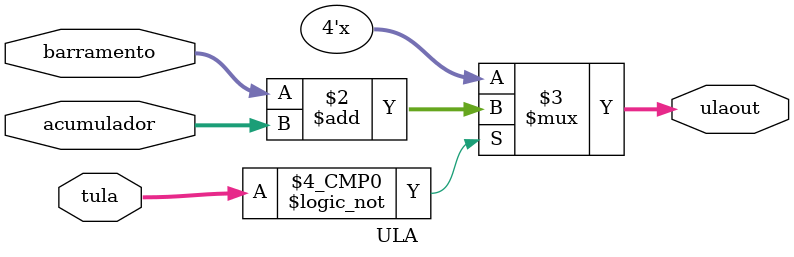
<source format=v>
module ULA(ulaout, tula, barramento, acumulador);
	input wire [3:0] barramento;
	input wire [3:0] acumulador;
	input wire [3:0] tula;
	output reg [3:0] ulaout;
	
	parameter ADD = 4'd0;
	
	always @(tula or barramento or acumulador)
	begin
		case(tula)
			ADD: ulaout <= barramento + acumulador;
			default;
		endcase
	end
	
endmodule

</source>
